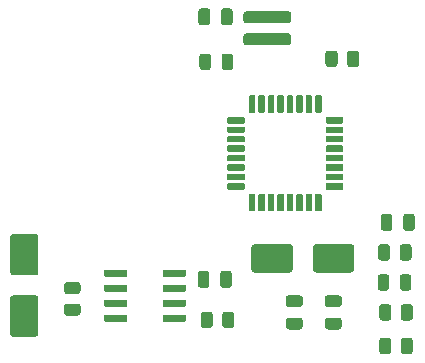
<source format=gbr>
%TF.GenerationSoftware,KiCad,Pcbnew,9.0.4*%
%TF.CreationDate,2025-11-20T06:57:18+02:00*%
%TF.ProjectId,test_5,74657374-5f35-42e6-9b69-6361645f7063,rev?*%
%TF.SameCoordinates,Original*%
%TF.FileFunction,Paste,Top*%
%TF.FilePolarity,Positive*%
%FSLAX46Y46*%
G04 Gerber Fmt 4.6, Leading zero omitted, Abs format (unit mm)*
G04 Created by KiCad (PCBNEW 9.0.4) date 2025-11-20 06:57:18*
%MOMM*%
%LPD*%
G01*
G04 APERTURE LIST*
G04 APERTURE END LIST*
%TO.C,C2*%
G36*
G01*
X95832000Y-118712000D02*
X95832000Y-117762000D01*
G75*
G02*
X96082000Y-117512000I250000J0D01*
G01*
X96582000Y-117512000D01*
G75*
G02*
X96832000Y-117762000I0J-250000D01*
G01*
X96832000Y-118712000D01*
G75*
G02*
X96582000Y-118962000I-250000J0D01*
G01*
X96082000Y-118962000D01*
G75*
G02*
X95832000Y-118712000I0J250000D01*
G01*
G37*
G36*
G01*
X97732000Y-118712000D02*
X97732000Y-117762000D01*
G75*
G02*
X97982000Y-117512000I250000J0D01*
G01*
X98482000Y-117512000D01*
G75*
G02*
X98732000Y-117762000I0J-250000D01*
G01*
X98732000Y-118712000D01*
G75*
G02*
X98482000Y-118962000I-250000J0D01*
G01*
X97982000Y-118962000D01*
G75*
G02*
X97732000Y-118712000I0J250000D01*
G01*
G37*
%TD*%
%TO.C,Y2*%
G36*
G01*
X84894500Y-122234999D02*
X84894500Y-120335001D01*
G75*
G02*
X85144501Y-120085000I250001J0D01*
G01*
X88144499Y-120085000D01*
G75*
G02*
X88394500Y-120335001I0J-250001D01*
G01*
X88394500Y-122234999D01*
G75*
G02*
X88144499Y-122485000I-250001J0D01*
G01*
X85144501Y-122485000D01*
G75*
G02*
X84894500Y-122234999I0J250001D01*
G01*
G37*
G36*
G01*
X90094500Y-122234999D02*
X90094500Y-120335001D01*
G75*
G02*
X90344501Y-120085000I250001J0D01*
G01*
X93344499Y-120085000D01*
G75*
G02*
X93594500Y-120335001I0J-250001D01*
G01*
X93594500Y-122234999D01*
G75*
G02*
X93344499Y-122485000I-250001J0D01*
G01*
X90344501Y-122485000D01*
G75*
G02*
X90094500Y-122234999I0J250001D01*
G01*
G37*
%TD*%
%TO.C,R2*%
G36*
G01*
X95706500Y-129159000D02*
X95706500Y-128259000D01*
G75*
G02*
X95956500Y-128009000I250000J0D01*
G01*
X96481500Y-128009000D01*
G75*
G02*
X96731500Y-128259000I0J-250000D01*
G01*
X96731500Y-129159000D01*
G75*
G02*
X96481500Y-129409000I-250000J0D01*
G01*
X95956500Y-129409000D01*
G75*
G02*
X95706500Y-129159000I0J250000D01*
G01*
G37*
G36*
G01*
X97531500Y-129159000D02*
X97531500Y-128259000D01*
G75*
G02*
X97781500Y-128009000I250000J0D01*
G01*
X98306500Y-128009000D01*
G75*
G02*
X98556500Y-128259000I0J-250000D01*
G01*
X98556500Y-129159000D01*
G75*
G02*
X98306500Y-129409000I-250000J0D01*
G01*
X97781500Y-129409000D01*
G75*
G02*
X97531500Y-129159000I0J250000D01*
G01*
G37*
%TD*%
%TO.C,R7*%
G36*
G01*
X88008000Y-103255500D02*
X84458000Y-103255500D01*
G75*
G02*
X84208000Y-103005500I0J250000D01*
G01*
X84208000Y-102480500D01*
G75*
G02*
X84458000Y-102230500I250000J0D01*
G01*
X88008000Y-102230500D01*
G75*
G02*
X88258000Y-102480500I0J-250000D01*
G01*
X88258000Y-103005500D01*
G75*
G02*
X88008000Y-103255500I-250000J0D01*
G01*
G37*
G36*
G01*
X88008000Y-101380500D02*
X84458000Y-101380500D01*
G75*
G02*
X84208000Y-101130500I0J250000D01*
G01*
X84208000Y-100605500D01*
G75*
G02*
X84458000Y-100355500I250000J0D01*
G01*
X88008000Y-100355500D01*
G75*
G02*
X88258000Y-100605500I0J-250000D01*
G01*
X88258000Y-101130500D01*
G75*
G02*
X88008000Y-101380500I-250000J0D01*
G01*
G37*
%TD*%
%TO.C,U3*%
G36*
G01*
X72424000Y-122776250D02*
X72424000Y-122333750D01*
G75*
G02*
X72497750Y-122260000I73750J0D01*
G01*
X74320250Y-122260000D01*
G75*
G02*
X74394000Y-122333750I0J-73750D01*
G01*
X74394000Y-122776250D01*
G75*
G02*
X74320250Y-122850000I-73750J0D01*
G01*
X72497750Y-122850000D01*
G75*
G02*
X72424000Y-122776250I0J73750D01*
G01*
G37*
G36*
G01*
X72424000Y-124046250D02*
X72424000Y-123603750D01*
G75*
G02*
X72497750Y-123530000I73750J0D01*
G01*
X74320250Y-123530000D01*
G75*
G02*
X74394000Y-123603750I0J-73750D01*
G01*
X74394000Y-124046250D01*
G75*
G02*
X74320250Y-124120000I-73750J0D01*
G01*
X72497750Y-124120000D01*
G75*
G02*
X72424000Y-124046250I0J73750D01*
G01*
G37*
G36*
G01*
X72424000Y-125316250D02*
X72424000Y-124873750D01*
G75*
G02*
X72497750Y-124800000I73750J0D01*
G01*
X74320250Y-124800000D01*
G75*
G02*
X74394000Y-124873750I0J-73750D01*
G01*
X74394000Y-125316250D01*
G75*
G02*
X74320250Y-125390000I-73750J0D01*
G01*
X72497750Y-125390000D01*
G75*
G02*
X72424000Y-125316250I0J73750D01*
G01*
G37*
G36*
G01*
X72424000Y-126586250D02*
X72424000Y-126143750D01*
G75*
G02*
X72497750Y-126070000I73750J0D01*
G01*
X74320250Y-126070000D01*
G75*
G02*
X74394000Y-126143750I0J-73750D01*
G01*
X74394000Y-126586250D01*
G75*
G02*
X74320250Y-126660000I-73750J0D01*
G01*
X72497750Y-126660000D01*
G75*
G02*
X72424000Y-126586250I0J73750D01*
G01*
G37*
G36*
G01*
X77374000Y-126586250D02*
X77374000Y-126143750D01*
G75*
G02*
X77447750Y-126070000I73750J0D01*
G01*
X79270250Y-126070000D01*
G75*
G02*
X79344000Y-126143750I0J-73750D01*
G01*
X79344000Y-126586250D01*
G75*
G02*
X79270250Y-126660000I-73750J0D01*
G01*
X77447750Y-126660000D01*
G75*
G02*
X77374000Y-126586250I0J73750D01*
G01*
G37*
G36*
G01*
X77374000Y-125316250D02*
X77374000Y-124873750D01*
G75*
G02*
X77447750Y-124800000I73750J0D01*
G01*
X79270250Y-124800000D01*
G75*
G02*
X79344000Y-124873750I0J-73750D01*
G01*
X79344000Y-125316250D01*
G75*
G02*
X79270250Y-125390000I-73750J0D01*
G01*
X77447750Y-125390000D01*
G75*
G02*
X77374000Y-125316250I0J73750D01*
G01*
G37*
G36*
G01*
X77374000Y-124046250D02*
X77374000Y-123603750D01*
G75*
G02*
X77447750Y-123530000I73750J0D01*
G01*
X79270250Y-123530000D01*
G75*
G02*
X79344000Y-123603750I0J-73750D01*
G01*
X79344000Y-124046250D01*
G75*
G02*
X79270250Y-124120000I-73750J0D01*
G01*
X77447750Y-124120000D01*
G75*
G02*
X77374000Y-124046250I0J73750D01*
G01*
G37*
G36*
G01*
X77374000Y-122776250D02*
X77374000Y-122333750D01*
G75*
G02*
X77447750Y-122260000I73750J0D01*
G01*
X79270250Y-122260000D01*
G75*
G02*
X79344000Y-122333750I0J-73750D01*
G01*
X79344000Y-122776250D01*
G75*
G02*
X79270250Y-122850000I-73750J0D01*
G01*
X77447750Y-122850000D01*
G75*
G02*
X77374000Y-122776250I0J73750D01*
G01*
G37*
%TD*%
%TO.C,U4*%
G36*
G01*
X82852000Y-109801250D02*
X82852000Y-109388750D01*
G75*
G02*
X82920750Y-109320000I68750J0D01*
G01*
X84253250Y-109320000D01*
G75*
G02*
X84322000Y-109388750I0J-68750D01*
G01*
X84322000Y-109801250D01*
G75*
G02*
X84253250Y-109870000I-68750J0D01*
G01*
X82920750Y-109870000D01*
G75*
G02*
X82852000Y-109801250I0J68750D01*
G01*
G37*
G36*
G01*
X82852000Y-110601250D02*
X82852000Y-110188750D01*
G75*
G02*
X82920750Y-110120000I68750J0D01*
G01*
X84253250Y-110120000D01*
G75*
G02*
X84322000Y-110188750I0J-68750D01*
G01*
X84322000Y-110601250D01*
G75*
G02*
X84253250Y-110670000I-68750J0D01*
G01*
X82920750Y-110670000D01*
G75*
G02*
X82852000Y-110601250I0J68750D01*
G01*
G37*
G36*
G01*
X82852000Y-111401250D02*
X82852000Y-110988750D01*
G75*
G02*
X82920750Y-110920000I68750J0D01*
G01*
X84253250Y-110920000D01*
G75*
G02*
X84322000Y-110988750I0J-68750D01*
G01*
X84322000Y-111401250D01*
G75*
G02*
X84253250Y-111470000I-68750J0D01*
G01*
X82920750Y-111470000D01*
G75*
G02*
X82852000Y-111401250I0J68750D01*
G01*
G37*
G36*
G01*
X82852000Y-112201250D02*
X82852000Y-111788750D01*
G75*
G02*
X82920750Y-111720000I68750J0D01*
G01*
X84253250Y-111720000D01*
G75*
G02*
X84322000Y-111788750I0J-68750D01*
G01*
X84322000Y-112201250D01*
G75*
G02*
X84253250Y-112270000I-68750J0D01*
G01*
X82920750Y-112270000D01*
G75*
G02*
X82852000Y-112201250I0J68750D01*
G01*
G37*
G36*
G01*
X82852000Y-113001250D02*
X82852000Y-112588750D01*
G75*
G02*
X82920750Y-112520000I68750J0D01*
G01*
X84253250Y-112520000D01*
G75*
G02*
X84322000Y-112588750I0J-68750D01*
G01*
X84322000Y-113001250D01*
G75*
G02*
X84253250Y-113070000I-68750J0D01*
G01*
X82920750Y-113070000D01*
G75*
G02*
X82852000Y-113001250I0J68750D01*
G01*
G37*
G36*
G01*
X82852000Y-113801250D02*
X82852000Y-113388750D01*
G75*
G02*
X82920750Y-113320000I68750J0D01*
G01*
X84253250Y-113320000D01*
G75*
G02*
X84322000Y-113388750I0J-68750D01*
G01*
X84322000Y-113801250D01*
G75*
G02*
X84253250Y-113870000I-68750J0D01*
G01*
X82920750Y-113870000D01*
G75*
G02*
X82852000Y-113801250I0J68750D01*
G01*
G37*
G36*
G01*
X82852000Y-114601250D02*
X82852000Y-114188750D01*
G75*
G02*
X82920750Y-114120000I68750J0D01*
G01*
X84253250Y-114120000D01*
G75*
G02*
X84322000Y-114188750I0J-68750D01*
G01*
X84322000Y-114601250D01*
G75*
G02*
X84253250Y-114670000I-68750J0D01*
G01*
X82920750Y-114670000D01*
G75*
G02*
X82852000Y-114601250I0J68750D01*
G01*
G37*
G36*
G01*
X82852000Y-115401250D02*
X82852000Y-114988750D01*
G75*
G02*
X82920750Y-114920000I68750J0D01*
G01*
X84253250Y-114920000D01*
G75*
G02*
X84322000Y-114988750I0J-68750D01*
G01*
X84322000Y-115401250D01*
G75*
G02*
X84253250Y-115470000I-68750J0D01*
G01*
X82920750Y-115470000D01*
G75*
G02*
X82852000Y-115401250I0J68750D01*
G01*
G37*
G36*
G01*
X84682000Y-117231250D02*
X84682000Y-115898750D01*
G75*
G02*
X84750750Y-115830000I68750J0D01*
G01*
X85163250Y-115830000D01*
G75*
G02*
X85232000Y-115898750I0J-68750D01*
G01*
X85232000Y-117231250D01*
G75*
G02*
X85163250Y-117300000I-68750J0D01*
G01*
X84750750Y-117300000D01*
G75*
G02*
X84682000Y-117231250I0J68750D01*
G01*
G37*
G36*
G01*
X85482000Y-117231250D02*
X85482000Y-115898750D01*
G75*
G02*
X85550750Y-115830000I68750J0D01*
G01*
X85963250Y-115830000D01*
G75*
G02*
X86032000Y-115898750I0J-68750D01*
G01*
X86032000Y-117231250D01*
G75*
G02*
X85963250Y-117300000I-68750J0D01*
G01*
X85550750Y-117300000D01*
G75*
G02*
X85482000Y-117231250I0J68750D01*
G01*
G37*
G36*
G01*
X86282000Y-117231250D02*
X86282000Y-115898750D01*
G75*
G02*
X86350750Y-115830000I68750J0D01*
G01*
X86763250Y-115830000D01*
G75*
G02*
X86832000Y-115898750I0J-68750D01*
G01*
X86832000Y-117231250D01*
G75*
G02*
X86763250Y-117300000I-68750J0D01*
G01*
X86350750Y-117300000D01*
G75*
G02*
X86282000Y-117231250I0J68750D01*
G01*
G37*
G36*
G01*
X87082000Y-117231250D02*
X87082000Y-115898750D01*
G75*
G02*
X87150750Y-115830000I68750J0D01*
G01*
X87563250Y-115830000D01*
G75*
G02*
X87632000Y-115898750I0J-68750D01*
G01*
X87632000Y-117231250D01*
G75*
G02*
X87563250Y-117300000I-68750J0D01*
G01*
X87150750Y-117300000D01*
G75*
G02*
X87082000Y-117231250I0J68750D01*
G01*
G37*
G36*
G01*
X87882000Y-117231250D02*
X87882000Y-115898750D01*
G75*
G02*
X87950750Y-115830000I68750J0D01*
G01*
X88363250Y-115830000D01*
G75*
G02*
X88432000Y-115898750I0J-68750D01*
G01*
X88432000Y-117231250D01*
G75*
G02*
X88363250Y-117300000I-68750J0D01*
G01*
X87950750Y-117300000D01*
G75*
G02*
X87882000Y-117231250I0J68750D01*
G01*
G37*
G36*
G01*
X88682000Y-117231250D02*
X88682000Y-115898750D01*
G75*
G02*
X88750750Y-115830000I68750J0D01*
G01*
X89163250Y-115830000D01*
G75*
G02*
X89232000Y-115898750I0J-68750D01*
G01*
X89232000Y-117231250D01*
G75*
G02*
X89163250Y-117300000I-68750J0D01*
G01*
X88750750Y-117300000D01*
G75*
G02*
X88682000Y-117231250I0J68750D01*
G01*
G37*
G36*
G01*
X89482000Y-117231250D02*
X89482000Y-115898750D01*
G75*
G02*
X89550750Y-115830000I68750J0D01*
G01*
X89963250Y-115830000D01*
G75*
G02*
X90032000Y-115898750I0J-68750D01*
G01*
X90032000Y-117231250D01*
G75*
G02*
X89963250Y-117300000I-68750J0D01*
G01*
X89550750Y-117300000D01*
G75*
G02*
X89482000Y-117231250I0J68750D01*
G01*
G37*
G36*
G01*
X90282000Y-117231250D02*
X90282000Y-115898750D01*
G75*
G02*
X90350750Y-115830000I68750J0D01*
G01*
X90763250Y-115830000D01*
G75*
G02*
X90832000Y-115898750I0J-68750D01*
G01*
X90832000Y-117231250D01*
G75*
G02*
X90763250Y-117300000I-68750J0D01*
G01*
X90350750Y-117300000D01*
G75*
G02*
X90282000Y-117231250I0J68750D01*
G01*
G37*
G36*
G01*
X91192000Y-115401250D02*
X91192000Y-114988750D01*
G75*
G02*
X91260750Y-114920000I68750J0D01*
G01*
X92593250Y-114920000D01*
G75*
G02*
X92662000Y-114988750I0J-68750D01*
G01*
X92662000Y-115401250D01*
G75*
G02*
X92593250Y-115470000I-68750J0D01*
G01*
X91260750Y-115470000D01*
G75*
G02*
X91192000Y-115401250I0J68750D01*
G01*
G37*
G36*
G01*
X91192000Y-114601250D02*
X91192000Y-114188750D01*
G75*
G02*
X91260750Y-114120000I68750J0D01*
G01*
X92593250Y-114120000D01*
G75*
G02*
X92662000Y-114188750I0J-68750D01*
G01*
X92662000Y-114601250D01*
G75*
G02*
X92593250Y-114670000I-68750J0D01*
G01*
X91260750Y-114670000D01*
G75*
G02*
X91192000Y-114601250I0J68750D01*
G01*
G37*
G36*
G01*
X91192000Y-113801250D02*
X91192000Y-113388750D01*
G75*
G02*
X91260750Y-113320000I68750J0D01*
G01*
X92593250Y-113320000D01*
G75*
G02*
X92662000Y-113388750I0J-68750D01*
G01*
X92662000Y-113801250D01*
G75*
G02*
X92593250Y-113870000I-68750J0D01*
G01*
X91260750Y-113870000D01*
G75*
G02*
X91192000Y-113801250I0J68750D01*
G01*
G37*
G36*
G01*
X91192000Y-113001250D02*
X91192000Y-112588750D01*
G75*
G02*
X91260750Y-112520000I68750J0D01*
G01*
X92593250Y-112520000D01*
G75*
G02*
X92662000Y-112588750I0J-68750D01*
G01*
X92662000Y-113001250D01*
G75*
G02*
X92593250Y-113070000I-68750J0D01*
G01*
X91260750Y-113070000D01*
G75*
G02*
X91192000Y-113001250I0J68750D01*
G01*
G37*
G36*
G01*
X91192000Y-112201250D02*
X91192000Y-111788750D01*
G75*
G02*
X91260750Y-111720000I68750J0D01*
G01*
X92593250Y-111720000D01*
G75*
G02*
X92662000Y-111788750I0J-68750D01*
G01*
X92662000Y-112201250D01*
G75*
G02*
X92593250Y-112270000I-68750J0D01*
G01*
X91260750Y-112270000D01*
G75*
G02*
X91192000Y-112201250I0J68750D01*
G01*
G37*
G36*
G01*
X91192000Y-111401250D02*
X91192000Y-110988750D01*
G75*
G02*
X91260750Y-110920000I68750J0D01*
G01*
X92593250Y-110920000D01*
G75*
G02*
X92662000Y-110988750I0J-68750D01*
G01*
X92662000Y-111401250D01*
G75*
G02*
X92593250Y-111470000I-68750J0D01*
G01*
X91260750Y-111470000D01*
G75*
G02*
X91192000Y-111401250I0J68750D01*
G01*
G37*
G36*
G01*
X91192000Y-110601250D02*
X91192000Y-110188750D01*
G75*
G02*
X91260750Y-110120000I68750J0D01*
G01*
X92593250Y-110120000D01*
G75*
G02*
X92662000Y-110188750I0J-68750D01*
G01*
X92662000Y-110601250D01*
G75*
G02*
X92593250Y-110670000I-68750J0D01*
G01*
X91260750Y-110670000D01*
G75*
G02*
X91192000Y-110601250I0J68750D01*
G01*
G37*
G36*
G01*
X91192000Y-109801250D02*
X91192000Y-109388750D01*
G75*
G02*
X91260750Y-109320000I68750J0D01*
G01*
X92593250Y-109320000D01*
G75*
G02*
X92662000Y-109388750I0J-68750D01*
G01*
X92662000Y-109801250D01*
G75*
G02*
X92593250Y-109870000I-68750J0D01*
G01*
X91260750Y-109870000D01*
G75*
G02*
X91192000Y-109801250I0J68750D01*
G01*
G37*
G36*
G01*
X90282000Y-108891250D02*
X90282000Y-107558750D01*
G75*
G02*
X90350750Y-107490000I68750J0D01*
G01*
X90763250Y-107490000D01*
G75*
G02*
X90832000Y-107558750I0J-68750D01*
G01*
X90832000Y-108891250D01*
G75*
G02*
X90763250Y-108960000I-68750J0D01*
G01*
X90350750Y-108960000D01*
G75*
G02*
X90282000Y-108891250I0J68750D01*
G01*
G37*
G36*
G01*
X89482000Y-108891250D02*
X89482000Y-107558750D01*
G75*
G02*
X89550750Y-107490000I68750J0D01*
G01*
X89963250Y-107490000D01*
G75*
G02*
X90032000Y-107558750I0J-68750D01*
G01*
X90032000Y-108891250D01*
G75*
G02*
X89963250Y-108960000I-68750J0D01*
G01*
X89550750Y-108960000D01*
G75*
G02*
X89482000Y-108891250I0J68750D01*
G01*
G37*
G36*
G01*
X88682000Y-108891250D02*
X88682000Y-107558750D01*
G75*
G02*
X88750750Y-107490000I68750J0D01*
G01*
X89163250Y-107490000D01*
G75*
G02*
X89232000Y-107558750I0J-68750D01*
G01*
X89232000Y-108891250D01*
G75*
G02*
X89163250Y-108960000I-68750J0D01*
G01*
X88750750Y-108960000D01*
G75*
G02*
X88682000Y-108891250I0J68750D01*
G01*
G37*
G36*
G01*
X87882000Y-108891250D02*
X87882000Y-107558750D01*
G75*
G02*
X87950750Y-107490000I68750J0D01*
G01*
X88363250Y-107490000D01*
G75*
G02*
X88432000Y-107558750I0J-68750D01*
G01*
X88432000Y-108891250D01*
G75*
G02*
X88363250Y-108960000I-68750J0D01*
G01*
X87950750Y-108960000D01*
G75*
G02*
X87882000Y-108891250I0J68750D01*
G01*
G37*
G36*
G01*
X87082000Y-108891250D02*
X87082000Y-107558750D01*
G75*
G02*
X87150750Y-107490000I68750J0D01*
G01*
X87563250Y-107490000D01*
G75*
G02*
X87632000Y-107558750I0J-68750D01*
G01*
X87632000Y-108891250D01*
G75*
G02*
X87563250Y-108960000I-68750J0D01*
G01*
X87150750Y-108960000D01*
G75*
G02*
X87082000Y-108891250I0J68750D01*
G01*
G37*
G36*
G01*
X86282000Y-108891250D02*
X86282000Y-107558750D01*
G75*
G02*
X86350750Y-107490000I68750J0D01*
G01*
X86763250Y-107490000D01*
G75*
G02*
X86832000Y-107558750I0J-68750D01*
G01*
X86832000Y-108891250D01*
G75*
G02*
X86763250Y-108960000I-68750J0D01*
G01*
X86350750Y-108960000D01*
G75*
G02*
X86282000Y-108891250I0J68750D01*
G01*
G37*
G36*
G01*
X85482000Y-108891250D02*
X85482000Y-107558750D01*
G75*
G02*
X85550750Y-107490000I68750J0D01*
G01*
X85963250Y-107490000D01*
G75*
G02*
X86032000Y-107558750I0J-68750D01*
G01*
X86032000Y-108891250D01*
G75*
G02*
X85963250Y-108960000I-68750J0D01*
G01*
X85550750Y-108960000D01*
G75*
G02*
X85482000Y-108891250I0J68750D01*
G01*
G37*
G36*
G01*
X84682000Y-108891250D02*
X84682000Y-107558750D01*
G75*
G02*
X84750750Y-107490000I68750J0D01*
G01*
X85163250Y-107490000D01*
G75*
G02*
X85232000Y-107558750I0J-68750D01*
G01*
X85232000Y-108891250D01*
G75*
G02*
X85163250Y-108960000I-68750J0D01*
G01*
X84750750Y-108960000D01*
G75*
G02*
X84682000Y-108891250I0J68750D01*
G01*
G37*
%TD*%
%TO.C,R6*%
G36*
G01*
X95603000Y-121227000D02*
X95603000Y-120327000D01*
G75*
G02*
X95853000Y-120077000I250000J0D01*
G01*
X96378000Y-120077000D01*
G75*
G02*
X96628000Y-120327000I0J-250000D01*
G01*
X96628000Y-121227000D01*
G75*
G02*
X96378000Y-121477000I-250000J0D01*
G01*
X95853000Y-121477000D01*
G75*
G02*
X95603000Y-121227000I0J250000D01*
G01*
G37*
G36*
G01*
X97428000Y-121227000D02*
X97428000Y-120327000D01*
G75*
G02*
X97678000Y-120077000I250000J0D01*
G01*
X98203000Y-120077000D01*
G75*
G02*
X98453000Y-120327000I0J-250000D01*
G01*
X98453000Y-121227000D01*
G75*
G02*
X98203000Y-121477000I-250000J0D01*
G01*
X97678000Y-121477000D01*
G75*
G02*
X97428000Y-121227000I0J250000D01*
G01*
G37*
%TD*%
%TO.C,C5*%
G36*
G01*
X83304000Y-100363000D02*
X83304000Y-101313000D01*
G75*
G02*
X83054000Y-101563000I-250000J0D01*
G01*
X82554000Y-101563000D01*
G75*
G02*
X82304000Y-101313000I0J250000D01*
G01*
X82304000Y-100363000D01*
G75*
G02*
X82554000Y-100113000I250000J0D01*
G01*
X83054000Y-100113000D01*
G75*
G02*
X83304000Y-100363000I0J-250000D01*
G01*
G37*
G36*
G01*
X81404000Y-100363000D02*
X81404000Y-101313000D01*
G75*
G02*
X81154000Y-101563000I-250000J0D01*
G01*
X80654000Y-101563000D01*
G75*
G02*
X80404000Y-101313000I0J250000D01*
G01*
X80404000Y-100363000D01*
G75*
G02*
X80654000Y-100113000I250000J0D01*
G01*
X81154000Y-100113000D01*
G75*
G02*
X81404000Y-100363000I0J-250000D01*
G01*
G37*
%TD*%
%TO.C,D1*%
G36*
G01*
X98429500Y-122860750D02*
X98429500Y-123773250D01*
G75*
G02*
X98185750Y-124017000I-243750J0D01*
G01*
X97698250Y-124017000D01*
G75*
G02*
X97454500Y-123773250I0J243750D01*
G01*
X97454500Y-122860750D01*
G75*
G02*
X97698250Y-122617000I243750J0D01*
G01*
X98185750Y-122617000D01*
G75*
G02*
X98429500Y-122860750I0J-243750D01*
G01*
G37*
G36*
G01*
X96554500Y-122860750D02*
X96554500Y-123773250D01*
G75*
G02*
X96310750Y-124017000I-243750J0D01*
G01*
X95823250Y-124017000D01*
G75*
G02*
X95579500Y-123773250I0J243750D01*
G01*
X95579500Y-122860750D01*
G75*
G02*
X95823250Y-122617000I243750J0D01*
G01*
X96310750Y-122617000D01*
G75*
G02*
X96554500Y-122860750I0J-243750D01*
G01*
G37*
%TD*%
%TO.C,C1*%
G36*
G01*
X83238000Y-122588000D02*
X83238000Y-123538000D01*
G75*
G02*
X82988000Y-123788000I-250000J0D01*
G01*
X82488000Y-123788000D01*
G75*
G02*
X82238000Y-123538000I0J250000D01*
G01*
X82238000Y-122588000D01*
G75*
G02*
X82488000Y-122338000I250000J0D01*
G01*
X82988000Y-122338000D01*
G75*
G02*
X83238000Y-122588000I0J-250000D01*
G01*
G37*
G36*
G01*
X81338000Y-122588000D02*
X81338000Y-123538000D01*
G75*
G02*
X81088000Y-123788000I-250000J0D01*
G01*
X80588000Y-123788000D01*
G75*
G02*
X80338000Y-123538000I0J250000D01*
G01*
X80338000Y-122588000D01*
G75*
G02*
X80588000Y-122338000I250000J0D01*
G01*
X81088000Y-122338000D01*
G75*
G02*
X81338000Y-122588000I0J-250000D01*
G01*
G37*
%TD*%
%TO.C,C4*%
G36*
G01*
X91346000Y-124407000D02*
X92296000Y-124407000D01*
G75*
G02*
X92546000Y-124657000I0J-250000D01*
G01*
X92546000Y-125157000D01*
G75*
G02*
X92296000Y-125407000I-250000J0D01*
G01*
X91346000Y-125407000D01*
G75*
G02*
X91096000Y-125157000I0J250000D01*
G01*
X91096000Y-124657000D01*
G75*
G02*
X91346000Y-124407000I250000J0D01*
G01*
G37*
G36*
G01*
X91346000Y-126307000D02*
X92296000Y-126307000D01*
G75*
G02*
X92546000Y-126557000I0J-250000D01*
G01*
X92546000Y-127057000D01*
G75*
G02*
X92296000Y-127307000I-250000J0D01*
G01*
X91346000Y-127307000D01*
G75*
G02*
X91096000Y-127057000I0J250000D01*
G01*
X91096000Y-126557000D01*
G75*
G02*
X91346000Y-126307000I250000J0D01*
G01*
G37*
%TD*%
%TO.C,R4*%
G36*
G01*
X83443500Y-126042000D02*
X83443500Y-126942000D01*
G75*
G02*
X83193500Y-127192000I-250000J0D01*
G01*
X82668500Y-127192000D01*
G75*
G02*
X82418500Y-126942000I0J250000D01*
G01*
X82418500Y-126042000D01*
G75*
G02*
X82668500Y-125792000I250000J0D01*
G01*
X83193500Y-125792000D01*
G75*
G02*
X83443500Y-126042000I0J-250000D01*
G01*
G37*
G36*
G01*
X81618500Y-126042000D02*
X81618500Y-126942000D01*
G75*
G02*
X81368500Y-127192000I-250000J0D01*
G01*
X80843500Y-127192000D01*
G75*
G02*
X80593500Y-126942000I0J250000D01*
G01*
X80593500Y-126042000D01*
G75*
G02*
X80843500Y-125792000I250000J0D01*
G01*
X81368500Y-125792000D01*
G75*
G02*
X81618500Y-126042000I0J-250000D01*
G01*
G37*
%TD*%
%TO.C,C3*%
G36*
G01*
X88994000Y-127307000D02*
X88044000Y-127307000D01*
G75*
G02*
X87794000Y-127057000I0J250000D01*
G01*
X87794000Y-126557000D01*
G75*
G02*
X88044000Y-126307000I250000J0D01*
G01*
X88994000Y-126307000D01*
G75*
G02*
X89244000Y-126557000I0J-250000D01*
G01*
X89244000Y-127057000D01*
G75*
G02*
X88994000Y-127307000I-250000J0D01*
G01*
G37*
G36*
G01*
X88994000Y-125407000D02*
X88044000Y-125407000D01*
G75*
G02*
X87794000Y-125157000I0J250000D01*
G01*
X87794000Y-124657000D01*
G75*
G02*
X88044000Y-124407000I250000J0D01*
G01*
X88994000Y-124407000D01*
G75*
G02*
X89244000Y-124657000I0J-250000D01*
G01*
X89244000Y-125157000D01*
G75*
G02*
X88994000Y-125407000I-250000J0D01*
G01*
G37*
%TD*%
%TO.C,R1*%
G36*
G01*
X94008000Y-103944000D02*
X94008000Y-104844000D01*
G75*
G02*
X93758000Y-105094000I-250000J0D01*
G01*
X93233000Y-105094000D01*
G75*
G02*
X92983000Y-104844000I0J250000D01*
G01*
X92983000Y-103944000D01*
G75*
G02*
X93233000Y-103694000I250000J0D01*
G01*
X93758000Y-103694000D01*
G75*
G02*
X94008000Y-103944000I0J-250000D01*
G01*
G37*
G36*
G01*
X92183000Y-103944000D02*
X92183000Y-104844000D01*
G75*
G02*
X91933000Y-105094000I-250000J0D01*
G01*
X91408000Y-105094000D01*
G75*
G02*
X91158000Y-104844000I0J250000D01*
G01*
X91158000Y-103944000D01*
G75*
G02*
X91408000Y-103694000I250000J0D01*
G01*
X91933000Y-103694000D01*
G75*
G02*
X92183000Y-103944000I0J-250000D01*
G01*
G37*
%TD*%
%TO.C,R3*%
G36*
G01*
X95706500Y-126307000D02*
X95706500Y-125407000D01*
G75*
G02*
X95956500Y-125157000I250000J0D01*
G01*
X96481500Y-125157000D01*
G75*
G02*
X96731500Y-125407000I0J-250000D01*
G01*
X96731500Y-126307000D01*
G75*
G02*
X96481500Y-126557000I-250000J0D01*
G01*
X95956500Y-126557000D01*
G75*
G02*
X95706500Y-126307000I0J250000D01*
G01*
G37*
G36*
G01*
X97531500Y-126307000D02*
X97531500Y-125407000D01*
G75*
G02*
X97781500Y-125157000I250000J0D01*
G01*
X98306500Y-125157000D01*
G75*
G02*
X98556500Y-125407000I0J-250000D01*
G01*
X98556500Y-126307000D01*
G75*
G02*
X98306500Y-126557000I-250000J0D01*
G01*
X97781500Y-126557000D01*
G75*
G02*
X97531500Y-126307000I0J250000D01*
G01*
G37*
%TD*%
%TO.C,Y1*%
G36*
G01*
X66608999Y-127921000D02*
X64709001Y-127921000D01*
G75*
G02*
X64459000Y-127670999I0J250001D01*
G01*
X64459000Y-124671001D01*
G75*
G02*
X64709001Y-124421000I250001J0D01*
G01*
X66608999Y-124421000D01*
G75*
G02*
X66859000Y-124671001I0J-250001D01*
G01*
X66859000Y-127670999D01*
G75*
G02*
X66608999Y-127921000I-250001J0D01*
G01*
G37*
G36*
G01*
X66608999Y-122721000D02*
X64709001Y-122721000D01*
G75*
G02*
X64459000Y-122470999I0J250001D01*
G01*
X64459000Y-119471001D01*
G75*
G02*
X64709001Y-119221000I250001J0D01*
G01*
X66608999Y-119221000D01*
G75*
G02*
X66859000Y-119471001I0J-250001D01*
G01*
X66859000Y-122470999D01*
G75*
G02*
X66608999Y-122721000I-250001J0D01*
G01*
G37*
%TD*%
%TO.C,D2*%
G36*
G01*
X83340000Y-104191750D02*
X83340000Y-105104250D01*
G75*
G02*
X83096250Y-105348000I-243750J0D01*
G01*
X82608750Y-105348000D01*
G75*
G02*
X82365000Y-105104250I0J243750D01*
G01*
X82365000Y-104191750D01*
G75*
G02*
X82608750Y-103948000I243750J0D01*
G01*
X83096250Y-103948000D01*
G75*
G02*
X83340000Y-104191750I0J-243750D01*
G01*
G37*
G36*
G01*
X81465000Y-104191750D02*
X81465000Y-105104250D01*
G75*
G02*
X81221250Y-105348000I-243750J0D01*
G01*
X80733750Y-105348000D01*
G75*
G02*
X80490000Y-105104250I0J243750D01*
G01*
X80490000Y-104191750D01*
G75*
G02*
X80733750Y-103948000I243750J0D01*
G01*
X81221250Y-103948000D01*
G75*
G02*
X81465000Y-104191750I0J-243750D01*
G01*
G37*
%TD*%
%TO.C,R5*%
G36*
G01*
X69273000Y-123289000D02*
X70173000Y-123289000D01*
G75*
G02*
X70423000Y-123539000I0J-250000D01*
G01*
X70423000Y-124064000D01*
G75*
G02*
X70173000Y-124314000I-250000J0D01*
G01*
X69273000Y-124314000D01*
G75*
G02*
X69023000Y-124064000I0J250000D01*
G01*
X69023000Y-123539000D01*
G75*
G02*
X69273000Y-123289000I250000J0D01*
G01*
G37*
G36*
G01*
X69273000Y-125114000D02*
X70173000Y-125114000D01*
G75*
G02*
X70423000Y-125364000I0J-250000D01*
G01*
X70423000Y-125889000D01*
G75*
G02*
X70173000Y-126139000I-250000J0D01*
G01*
X69273000Y-126139000D01*
G75*
G02*
X69023000Y-125889000I0J250000D01*
G01*
X69023000Y-125364000D01*
G75*
G02*
X69273000Y-125114000I250000J0D01*
G01*
G37*
%TD*%
M02*

</source>
